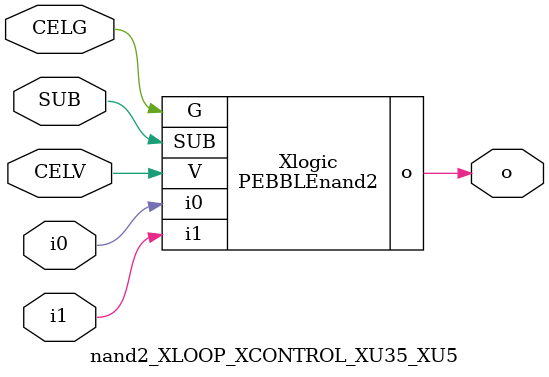
<source format=v>



module PEBBLEnand2 ( o, G, SUB, V, i0, i1 );

  input i0;
  input V;
  input i1;
  input G;
  output o;
  input SUB;
endmodule

//Celera Confidential Do Not Copy nand2_XLOOP_XCONTROL_XU35_XU5
//Celera Confidential Symbol Generator
//5V NAND2
module nand2_XLOOP_XCONTROL_XU35_XU5 (CELV,CELG,i0,i1,o,SUB);
input CELV;
input CELG;
input i0;
input i1;
input SUB;
output o;

//Celera Confidential Do Not Copy nand2
PEBBLEnand2 Xlogic(
.V (CELV),
.i0 (i0),
.i1 (i1),
.o (o),
.SUB (SUB),
.G (CELG)
);
//,diesize,PEBBLEnand2

//Celera Confidential Do Not Copy Module End
//Celera Schematic Generator
endmodule

</source>
